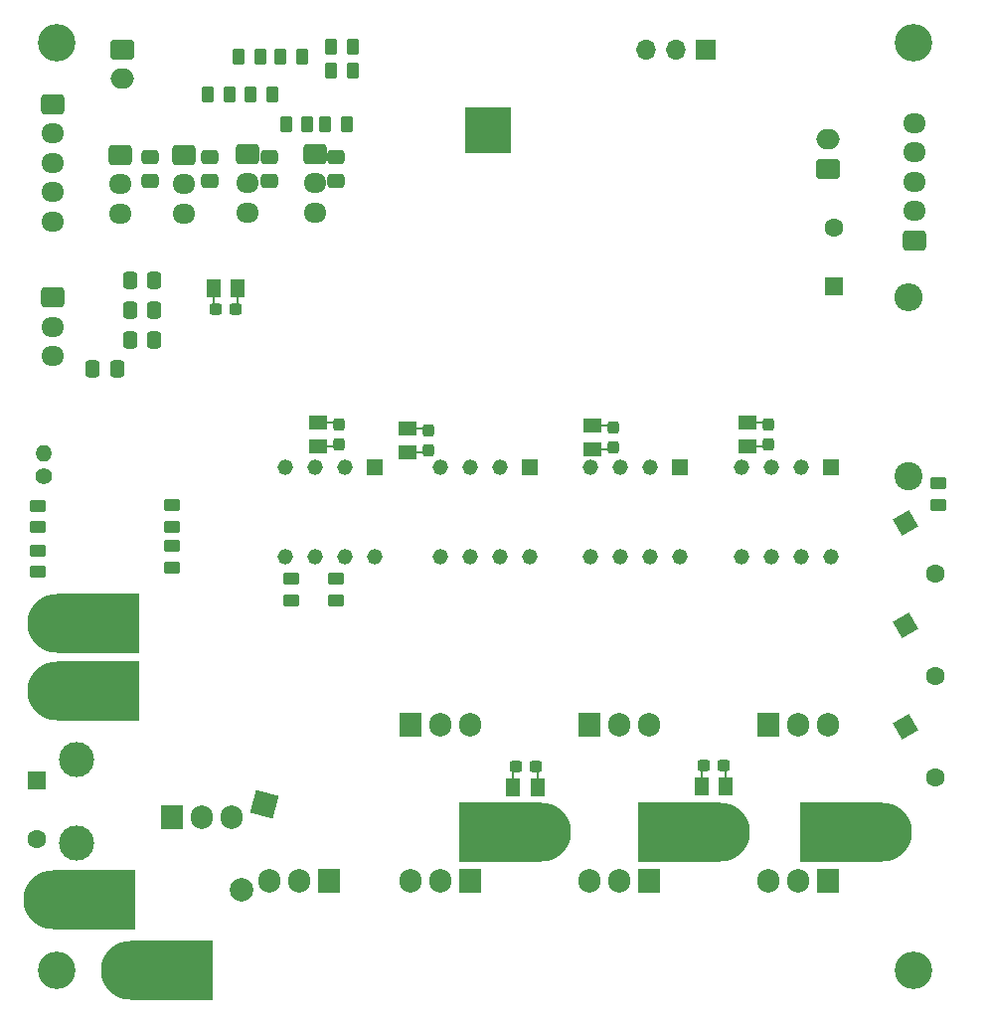
<source format=gbs>
G04 #@! TF.GenerationSoftware,KiCad,Pcbnew,(6.0.7)*
G04 #@! TF.CreationDate,2022-12-27T15:36:50+11:00*
G04 #@! TF.ProjectId,esp32_esc,65737033-325f-4657-9363-2e6b69636164,rev?*
G04 #@! TF.SameCoordinates,Original*
G04 #@! TF.FileFunction,Soldermask,Bot*
G04 #@! TF.FilePolarity,Negative*
%FSLAX46Y46*%
G04 Gerber Fmt 4.6, Leading zero omitted, Abs format (unit mm)*
G04 Created by KiCad (PCBNEW (6.0.7)) date 2022-12-27 15:36:50*
%MOMM*%
%LPD*%
G01*
G04 APERTURE LIST*
G04 Aperture macros list*
%AMRoundRect*
0 Rectangle with rounded corners*
0 $1 Rounding radius*
0 $2 $3 $4 $5 $6 $7 $8 $9 X,Y pos of 4 corners*
0 Add a 4 corners polygon primitive as box body*
4,1,4,$2,$3,$4,$5,$6,$7,$8,$9,$2,$3,0*
0 Add four circle primitives for the rounded corners*
1,1,$1+$1,$2,$3*
1,1,$1+$1,$4,$5*
1,1,$1+$1,$6,$7*
1,1,$1+$1,$8,$9*
0 Add four rect primitives between the rounded corners*
20,1,$1+$1,$2,$3,$4,$5,0*
20,1,$1+$1,$4,$5,$6,$7,0*
20,1,$1+$1,$6,$7,$8,$9,0*
20,1,$1+$1,$8,$9,$2,$3,0*%
%AMRotRect*
0 Rectangle, with rotation*
0 The origin of the aperture is its center*
0 $1 length*
0 $2 width*
0 $3 Rotation angle, in degrees counterclockwise*
0 Add horizontal line*
21,1,$1,$2,0,0,$3*%
%AMFreePoly0*
4,1,13,0.080902,2.058779,0.100000,2.000000,0.100000,0.725000,0.587500,0.725000,0.587500,-0.725000,-0.587500,-0.725000,-0.587500,0.725000,-0.100000,0.725000,-0.100000,2.000000,-0.080902,2.058779,-0.030902,2.095106,0.030902,2.095106,0.080902,2.058779,0.080902,2.058779,$1*%
%AMFreePoly1*
4,1,32,7.000000,-2.500000,0.000000,-2.500000,0.000000,-2.495067,-0.156976,-2.495067,-0.468453,-2.455718,-0.772542,-2.377641,-1.064448,-2.262068,-1.339567,-2.110820,-1.593560,-1.926283,-1.822422,-1.711368,-2.022542,-1.469463,-2.190767,-1.204384,-2.324441,-0.920311,-2.421458,-0.621725,-2.480287,-0.313333,-2.500000,0.000000,-2.480287,0.313333,-2.421458,0.621725,-2.324441,0.920311,-2.190767,1.204384,
-2.022542,1.469463,-1.822422,1.711368,-1.593560,1.926283,-1.339567,2.110820,-1.064448,2.262068,-0.772542,2.377641,-0.468453,2.455718,-0.156976,2.495067,0.000000,2.495067,0.000000,2.500000,7.000000,2.500000,7.000000,-2.500000,7.000000,-2.500000,$1*%
G04 Aperture macros list end*
%ADD10RoundRect,0.237500X0.300000X0.237500X-0.300000X0.237500X-0.300000X-0.237500X0.300000X-0.237500X0*%
%ADD11FreePoly0,180.000000*%
%ADD12RotRect,2.000000X2.000000X255.000000*%
%ADD13C,2.000000*%
%ADD14R,1.600000X1.600000*%
%ADD15C,1.600000*%
%ADD16R,4.000000X4.000000*%
%ADD17FreePoly1,0.000000*%
%ADD18C,3.200000*%
%ADD19R,1.318000X1.318000*%
%ADD20C,1.318000*%
%ADD21RoundRect,0.250000X-0.750000X0.600000X-0.750000X-0.600000X0.750000X-0.600000X0.750000X0.600000X0*%
%ADD22O,2.000000X1.700000*%
%ADD23FreePoly1,180.000000*%
%ADD24RoundRect,0.250000X-0.725000X0.600000X-0.725000X-0.600000X0.725000X-0.600000X0.725000X0.600000X0*%
%ADD25O,1.950000X1.700000*%
%ADD26R,1.700000X1.700000*%
%ADD27O,1.700000X1.700000*%
%ADD28RotRect,1.600000X1.600000X300.000000*%
%ADD29RoundRect,0.250000X0.725000X-0.600000X0.725000X0.600000X-0.725000X0.600000X-0.725000X-0.600000X0*%
%ADD30C,2.400000*%
%ADD31O,2.400000X2.400000*%
%ADD32C,1.400000*%
%ADD33O,1.400000X1.400000*%
%ADD34RoundRect,0.250000X0.750000X-0.600000X0.750000X0.600000X-0.750000X0.600000X-0.750000X-0.600000X0*%
%ADD35RoundRect,0.250000X-0.450000X0.262500X-0.450000X-0.262500X0.450000X-0.262500X0.450000X0.262500X0*%
%ADD36RoundRect,0.250000X-0.262500X-0.450000X0.262500X-0.450000X0.262500X0.450000X-0.262500X0.450000X0*%
%ADD37R,1.905000X2.000000*%
%ADD38O,1.905000X2.000000*%
%ADD39RoundRect,0.250000X-0.475000X0.337500X-0.475000X-0.337500X0.475000X-0.337500X0.475000X0.337500X0*%
%ADD40RoundRect,0.250000X0.337500X0.475000X-0.337500X0.475000X-0.337500X-0.475000X0.337500X-0.475000X0*%
%ADD41C,3.000000*%
%ADD42RoundRect,0.237500X-0.237500X0.300000X-0.237500X-0.300000X0.237500X-0.300000X0.237500X0.300000X0*%
%ADD43FreePoly0,270.000000*%
%ADD44RoundRect,0.250000X0.450000X-0.262500X0.450000X0.262500X-0.450000X0.262500X-0.450000X-0.262500X0*%
%ADD45RoundRect,0.250000X0.262500X0.450000X-0.262500X0.450000X-0.262500X-0.450000X0.262500X-0.450000X0*%
%ADD46RoundRect,0.237500X-0.300000X-0.237500X0.300000X-0.237500X0.300000X0.237500X-0.300000X0.237500X0*%
%ADD47FreePoly0,0.000000*%
G04 APERTURE END LIST*
D10*
X58753000Y-60196000D03*
D11*
X58949500Y-58418000D03*
D10*
X57028000Y-60196000D03*
D11*
X56874500Y-58418000D03*
D12*
X61214000Y-102362000D03*
D13*
X59272857Y-109606444D03*
D14*
X41783000Y-100340349D03*
D15*
X41783000Y-105340349D03*
D16*
X80264000Y-44958000D03*
D17*
X43482500Y-92710000D03*
D18*
X116500000Y-37500000D03*
D19*
X96560000Y-73687500D03*
D20*
X94020000Y-73687500D03*
X91480000Y-73687500D03*
X88940000Y-73687500D03*
X88940000Y-81307500D03*
X91480000Y-81307500D03*
X94020000Y-81307500D03*
X96560000Y-81307500D03*
D21*
X49068000Y-38100000D03*
D22*
X49068000Y-40600000D03*
D14*
X109728000Y-58282651D03*
D15*
X109728000Y-53282651D03*
D23*
X113870500Y-104775000D03*
D24*
X59773000Y-46990000D03*
D25*
X59773000Y-49490000D03*
X59773000Y-51990000D03*
D26*
X98806000Y-38100000D03*
D27*
X96266000Y-38100000D03*
X93726000Y-38100000D03*
D23*
X84787500Y-104775000D03*
D18*
X43500000Y-37500000D03*
D17*
X43180000Y-110490000D03*
D28*
X115844000Y-78385273D03*
D15*
X118344000Y-82715400D03*
D24*
X65488000Y-46990000D03*
D25*
X65488000Y-49490000D03*
X65488000Y-51990000D03*
D29*
X116540000Y-54356000D03*
D25*
X116540000Y-51856000D03*
X116540000Y-49356000D03*
X116540000Y-46856000D03*
X116540000Y-44356000D03*
D18*
X116500000Y-116500000D03*
D30*
X116078000Y-74422000D03*
D31*
X116078000Y-59182000D03*
D19*
X83820000Y-73660000D03*
D20*
X81280000Y-73660000D03*
X78740000Y-73660000D03*
X76200000Y-73660000D03*
X76200000Y-81280000D03*
X78740000Y-81280000D03*
X81280000Y-81280000D03*
X83820000Y-81280000D03*
D17*
X49762500Y-116500000D03*
D24*
X48943000Y-47070000D03*
D25*
X48943000Y-49570000D03*
X48943000Y-52070000D03*
D23*
X100027500Y-104775000D03*
D19*
X109474000Y-73660000D03*
D20*
X106934000Y-73660000D03*
X104394000Y-73660000D03*
X101854000Y-73660000D03*
X101854000Y-81280000D03*
X104394000Y-81280000D03*
X106934000Y-81280000D03*
X109474000Y-81280000D03*
D28*
X115844000Y-87115642D03*
D15*
X118344000Y-91445769D03*
D24*
X43180000Y-59190000D03*
D25*
X43180000Y-61690000D03*
X43180000Y-64190000D03*
D32*
X42418000Y-74406000D03*
D33*
X42418000Y-72506000D03*
D17*
X43482500Y-86995000D03*
D19*
X70612000Y-73687500D03*
D20*
X68072000Y-73687500D03*
X65532000Y-73687500D03*
X62992000Y-73687500D03*
X62992000Y-81307500D03*
X65532000Y-81307500D03*
X68072000Y-81307500D03*
X70612000Y-81307500D03*
D18*
X43500000Y-116500000D03*
D24*
X43180000Y-42752000D03*
D25*
X43180000Y-45252000D03*
X43180000Y-47752000D03*
X43180000Y-50252000D03*
X43180000Y-52752000D03*
D34*
X109220000Y-48260000D03*
D22*
X109220000Y-45760000D03*
D28*
X115844000Y-95751642D03*
D15*
X118344000Y-100081769D03*
D24*
X54358000Y-47070000D03*
D25*
X54358000Y-49570000D03*
X54358000Y-52070000D03*
D35*
X67310000Y-83185000D03*
X67310000Y-85010000D03*
D36*
X66905500Y-37846000D03*
X68730500Y-37846000D03*
D37*
X104140000Y-95590000D03*
D38*
X106680000Y-95590000D03*
X109220000Y-95590000D03*
D39*
X67310000Y-47222500D03*
X67310000Y-49297500D03*
D40*
X51837500Y-62865000D03*
X49762500Y-62865000D03*
D35*
X53340000Y-76915000D03*
X53340000Y-78740000D03*
D37*
X109220000Y-108880000D03*
D38*
X106680000Y-108880000D03*
X104140000Y-108880000D03*
D36*
X56411500Y-41910000D03*
X58236500Y-41910000D03*
D39*
X56515000Y-47222500D03*
X56515000Y-49297500D03*
D35*
X41910000Y-76960000D03*
X41910000Y-78785000D03*
D37*
X88900000Y-95590000D03*
D38*
X91440000Y-95590000D03*
X93980000Y-95590000D03*
D41*
X45212000Y-98558000D03*
X45212000Y-105658000D03*
D42*
X67562000Y-70025000D03*
D43*
X65784000Y-69828500D03*
D42*
X67562000Y-71750000D03*
D43*
X65784000Y-71903500D03*
D35*
X53340000Y-80367500D03*
X53340000Y-82192500D03*
D40*
X51837500Y-57785000D03*
X49762500Y-57785000D03*
D44*
X118618000Y-76858500D03*
X118618000Y-75033500D03*
D42*
X90930000Y-70279000D03*
D43*
X89152000Y-70082500D03*
D42*
X90930000Y-72004000D03*
D43*
X89152000Y-72157500D03*
D39*
X51435000Y-47222500D03*
X51435000Y-49297500D03*
D37*
X66675000Y-108880000D03*
D38*
X64135000Y-108880000D03*
X61595000Y-108880000D03*
D45*
X64862500Y-44450000D03*
X63037500Y-44450000D03*
X64412500Y-38735000D03*
X62587500Y-38735000D03*
D40*
X51837500Y-60325000D03*
X49762500Y-60325000D03*
D46*
X82576500Y-99187000D03*
D47*
X82380000Y-100965000D03*
D46*
X84301500Y-99187000D03*
D47*
X84455000Y-100965000D03*
D37*
X78740000Y-108880000D03*
D38*
X76200000Y-108880000D03*
X73660000Y-108880000D03*
D35*
X63500000Y-83185000D03*
X63500000Y-85010000D03*
X41910000Y-80770000D03*
X41910000Y-82595000D03*
D42*
X75182000Y-70533000D03*
D43*
X73404000Y-70336500D03*
D42*
X75182000Y-72258000D03*
D43*
X73404000Y-72411500D03*
D37*
X53340000Y-103505000D03*
D38*
X55880000Y-103505000D03*
X58420000Y-103505000D03*
D40*
X48662500Y-65278000D03*
X46587500Y-65278000D03*
D45*
X61872500Y-41910000D03*
X60047500Y-41910000D03*
D42*
X104138000Y-70025000D03*
D43*
X102360000Y-69828500D03*
D42*
X104138000Y-71750000D03*
D43*
X102360000Y-71903500D03*
D45*
X68222500Y-44450000D03*
X66397500Y-44450000D03*
D37*
X73660000Y-95590000D03*
D38*
X76200000Y-95590000D03*
X78740000Y-95590000D03*
D45*
X68730500Y-39878000D03*
X66905500Y-39878000D03*
D46*
X98605000Y-99060000D03*
D47*
X98408500Y-100838000D03*
D46*
X100330000Y-99060000D03*
D47*
X100483500Y-100838000D03*
D36*
X59031500Y-38735000D03*
X60856500Y-38735000D03*
D39*
X61595000Y-47222500D03*
X61595000Y-49297500D03*
D37*
X93980000Y-108880000D03*
D38*
X91440000Y-108880000D03*
X88900000Y-108880000D03*
M02*

</source>
